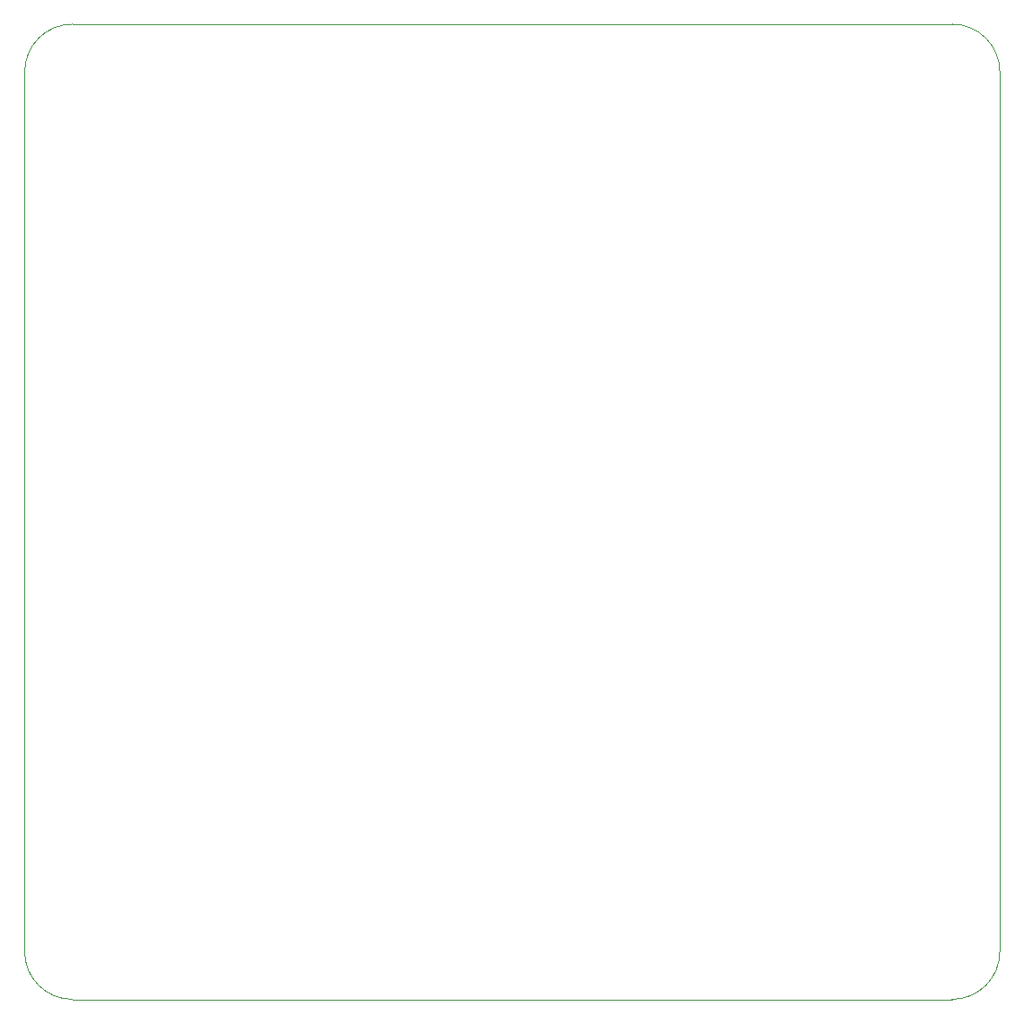
<source format=gm1>
G04 #@! TF.GenerationSoftware,KiCad,Pcbnew,(5.1.4)-1*
G04 #@! TF.CreationDate,2020-12-31T01:33:54+09:00*
G04 #@! TF.ProjectId,fan-vent-blocker,66616e2d-7665-46e7-942d-626c6f636b65,rev?*
G04 #@! TF.SameCoordinates,Original*
G04 #@! TF.FileFunction,Profile,NP*
%FSLAX46Y46*%
G04 Gerber Fmt 4.6, Leading zero omitted, Abs format (unit mm)*
G04 Created by KiCad (PCBNEW (5.1.4)-1) date 2020-12-31 01:33:54*
%MOMM*%
%LPD*%
G04 APERTURE LIST*
%ADD10C,0.050000*%
G04 APERTURE END LIST*
D10*
X-41500000Y-46000000D02*
G75*
G02X-46000000Y-41500000I0J4500000D01*
G01*
X46000000Y-41500000D02*
G75*
G02X41500000Y-46000000I-4500000J0D01*
G01*
X41500000Y46000000D02*
G75*
G02X46000000Y41500000I0J-4500000D01*
G01*
X-46000000Y-41500000D02*
X-46000000Y41500000D01*
X41500000Y-46000000D02*
X-41500000Y-46000000D01*
X46000000Y41500000D02*
X46000000Y-41500000D01*
X-41500000Y46000000D02*
X41500000Y46000000D01*
X-46000000Y41500000D02*
G75*
G02X-41500000Y46000000I4500000J0D01*
G01*
M02*

</source>
